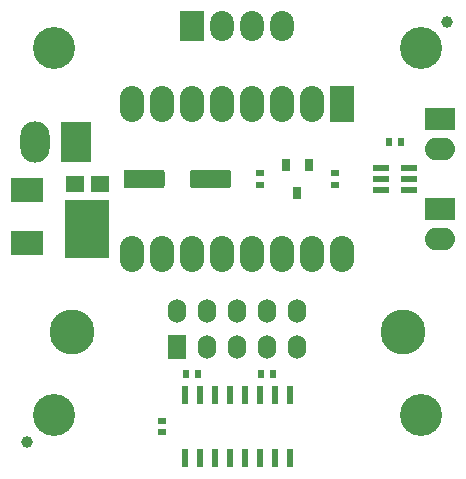
<source format=gbs>
%TF.GenerationSoftware,KiCad,Pcbnew,5.1.10*%
%TF.CreationDate,2021-11-03T15:01:02-04:00*%
%TF.ProjectId,stepper_driver,73746570-7065-4725-9f64-72697665722e,1.0*%
%TF.SameCoordinates,Original*%
%TF.FileFunction,Soldermask,Bot*%
%TF.FilePolarity,Negative*%
%FSLAX46Y46*%
G04 Gerber Fmt 4.6, Leading zero omitted, Abs format (unit mm)*
G04 Created by KiCad (PCBNEW 5.1.10) date 2021-11-03 15:01:02*
%MOMM*%
%LPD*%
G01*
G04 APERTURE LIST*
%ADD10O,2.000000X2.540000*%
%ADD11R,2.000000X2.540000*%
%ADD12O,2.540000X1.905000*%
%ADD13R,2.540000X1.905000*%
%ADD14R,0.600000X1.550000*%
%ADD15R,0.700000X0.600000*%
%ADD16R,0.600000X0.700000*%
%ADD17C,3.810000*%
%ADD18O,1.524000X2.032000*%
%ADD19R,1.524000X2.032000*%
%ADD20R,2.743000X2.159000*%
%ADD21R,2.742999X2.159000*%
%ADD22C,1.000000*%
%ADD23C,3.556000*%
%ADD24O,2.032000X3.048000*%
%ADD25R,2.032000X3.048000*%
%ADD26O,2.500000X3.500000*%
%ADD27R,2.500000X3.500000*%
%ADD28R,1.600000X1.440000*%
%ADD29R,3.800000X4.960000*%
%ADD30R,0.701040X1.000760*%
%ADD31R,1.330960X0.558800*%
G04 APERTURE END LIST*
D10*
%TO.C,T1*%
X143510000Y-71501000D03*
X140970000Y-71501000D03*
X138430000Y-71501000D03*
D11*
X135890000Y-71501000D03*
%TD*%
D12*
%TO.C,T3*%
X156845000Y-81915000D03*
D13*
X156845000Y-79375000D03*
%TD*%
D12*
%TO.C,T4*%
X156845000Y-89535000D03*
D13*
X156845000Y-86995000D03*
%TD*%
D14*
%TO.C,U1*%
X135255000Y-108110000D03*
X136525000Y-108110000D03*
X137795000Y-108110000D03*
X139065000Y-108110000D03*
X140335000Y-108110000D03*
X141605000Y-108110000D03*
X142875000Y-108110000D03*
X144145000Y-108110000D03*
X144145000Y-102710000D03*
X142875000Y-102710000D03*
X141605000Y-102710000D03*
X140335000Y-102710000D03*
X139065000Y-102710000D03*
X137795000Y-102710000D03*
X136525000Y-102710000D03*
X135255000Y-102710000D03*
%TD*%
D15*
%TO.C,C2*%
X141605000Y-84955000D03*
X141605000Y-83955000D03*
%TD*%
%TO.C,C3*%
X147955000Y-84955000D03*
X147955000Y-83955000D03*
%TD*%
%TO.C,C4*%
X133350000Y-104910000D03*
X133350000Y-105910000D03*
%TD*%
D16*
%TO.C,C5*%
X153535000Y-81280000D03*
X152535000Y-81280000D03*
%TD*%
%TO.C,R1*%
X135390000Y-100965000D03*
X136390000Y-100965000D03*
%TD*%
%TO.C,R2*%
X142740000Y-100965000D03*
X141740000Y-100965000D03*
%TD*%
D17*
%TO.C,P1*%
X153733500Y-97409000D03*
X125666500Y-97409000D03*
D18*
X144780000Y-95631000D03*
X144780000Y-98679000D03*
X142240000Y-95631000D03*
X142240000Y-98679000D03*
X139700000Y-95631000D03*
X139700000Y-98679000D03*
X137160000Y-95631000D03*
X137160000Y-98679000D03*
X134620000Y-95631000D03*
D19*
X134620000Y-98679000D03*
%TD*%
D20*
%TO.C,D2*%
X121920000Y-85420000D03*
D21*
X121920000Y-89840000D03*
%TD*%
%TO.C,C1*%
G36*
G01*
X135670000Y-85005400D02*
X135670000Y-83904600D01*
G75*
G02*
X135919600Y-83655000I249600J0D01*
G01*
X138920400Y-83655000D01*
G75*
G02*
X139170000Y-83904600I0J-249600D01*
G01*
X139170000Y-85005400D01*
G75*
G02*
X138920400Y-85255000I-249600J0D01*
G01*
X135919600Y-85255000D01*
G75*
G02*
X135670000Y-85005400I0J249600D01*
G01*
G37*
G36*
G01*
X130070000Y-85005400D02*
X130070000Y-83904600D01*
G75*
G02*
X130319600Y-83655000I249600J0D01*
G01*
X133320400Y-83655000D01*
G75*
G02*
X133570000Y-83904600I0J-249600D01*
G01*
X133570000Y-85005400D01*
G75*
G02*
X133320400Y-85255000I-249600J0D01*
G01*
X130319600Y-85255000D01*
G75*
G02*
X130070000Y-85005400I0J249600D01*
G01*
G37*
%TD*%
D22*
%TO.C,FID2*%
X157480000Y-71120000D03*
%TD*%
%TO.C,FID4*%
X121920000Y-106680000D03*
%TD*%
D23*
%TO.C,MH1*%
X124181000Y-73380600D03*
%TD*%
%TO.C,MH2*%
X155219000Y-73380600D03*
%TD*%
%TO.C,MH3*%
X155219000Y-104419000D03*
%TD*%
%TO.C,MH4*%
X124181000Y-104419000D03*
%TD*%
D24*
%TO.C,SS1*%
X148590000Y-90805000D03*
X146050000Y-90805000D03*
X143510000Y-90805000D03*
X140970000Y-90805000D03*
X138430000Y-90805000D03*
X135890000Y-90805000D03*
X133350000Y-90805000D03*
X130810000Y-90805000D03*
X130810000Y-78105000D03*
X133350000Y-78105000D03*
X135890000Y-78105000D03*
X138430000Y-78105000D03*
X140970000Y-78105000D03*
X143510000Y-78105000D03*
X146050000Y-78105000D03*
D25*
X148590000Y-78105000D03*
%TD*%
D26*
%TO.C,T2*%
X122583000Y-81280000D03*
D27*
X126083000Y-81280000D03*
%TD*%
D28*
%TO.C,D1*%
X125935000Y-84850000D03*
X128065000Y-84850000D03*
D29*
X127000000Y-88650000D03*
%TD*%
D30*
%TO.C,REG1*%
X144780000Y-85653880D03*
X145729960Y-83256120D03*
X143830040Y-83256120D03*
%TD*%
D31*
%TO.C,U2*%
X151836120Y-83505040D03*
X151836120Y-84455000D03*
X151836120Y-85404960D03*
X154233880Y-85404960D03*
X154233880Y-84455000D03*
X154233880Y-83505040D03*
%TD*%
M02*

</source>
